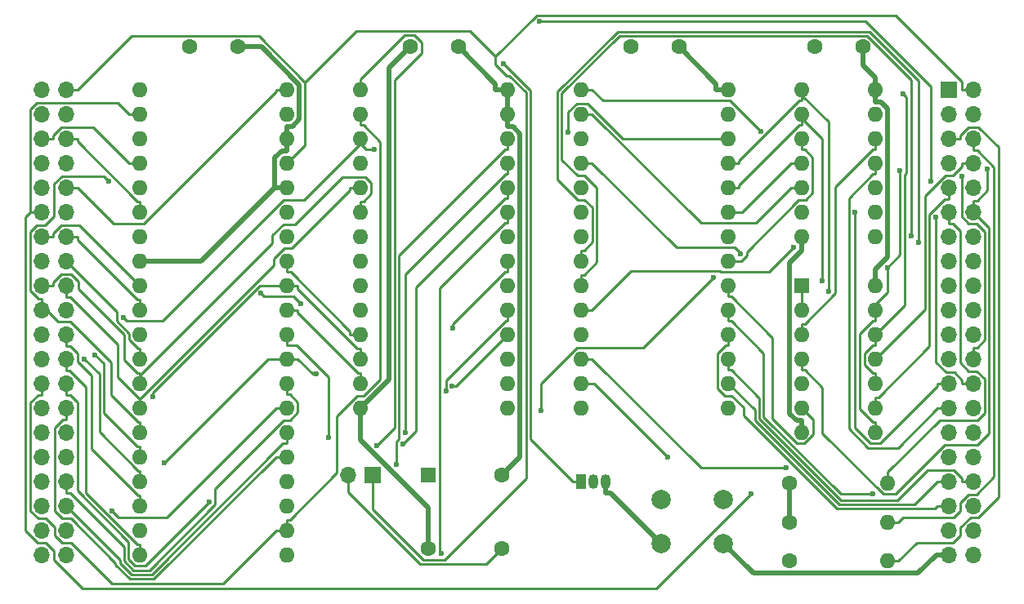
<source format=gbr>
%TF.GenerationSoftware,KiCad,Pcbnew,(5.1.8)-1*%
%TF.CreationDate,2020-12-06T18:21:21+00:00*%
%TF.ProjectId,computer,636f6d70-7574-4657-922e-6b696361645f,rev?*%
%TF.SameCoordinates,Original*%
%TF.FileFunction,Copper,L2,Bot*%
%TF.FilePolarity,Positive*%
%FSLAX46Y46*%
G04 Gerber Fmt 4.6, Leading zero omitted, Abs format (unit mm)*
G04 Created by KiCad (PCBNEW (5.1.8)-1) date 2020-12-06 18:21:21*
%MOMM*%
%LPD*%
G01*
G04 APERTURE LIST*
%TA.AperFunction,ComponentPad*%
%ADD10O,1.700000X1.700000*%
%TD*%
%TA.AperFunction,ComponentPad*%
%ADD11R,1.700000X1.700000*%
%TD*%
%TA.AperFunction,ComponentPad*%
%ADD12C,1.600000*%
%TD*%
%TA.AperFunction,ComponentPad*%
%ADD13R,1.600000X1.600000*%
%TD*%
%TA.AperFunction,ComponentPad*%
%ADD14R,1.050000X1.500000*%
%TD*%
%TA.AperFunction,ComponentPad*%
%ADD15O,1.050000X1.500000*%
%TD*%
%TA.AperFunction,ComponentPad*%
%ADD16C,2.000000*%
%TD*%
%TA.AperFunction,ComponentPad*%
%ADD17O,1.600000X1.600000*%
%TD*%
%TA.AperFunction,ViaPad*%
%ADD18C,0.600000*%
%TD*%
%TA.AperFunction,Conductor*%
%ADD19C,0.500000*%
%TD*%
%TA.AperFunction,Conductor*%
%ADD20C,0.250000*%
%TD*%
G04 APERTURE END LIST*
D10*
%TO.P,EXP,40*%
%TO.N,GND*%
X167640000Y-82550000D03*
%TO.P,EXP,39*%
X165100000Y-82550000D03*
%TO.P,EXP,38*%
%TO.N,+5V*%
X167640000Y-80010000D03*
%TO.P,EXP,37*%
X165100000Y-80010000D03*
%TO.P,EXP,36*%
%TO.N,D7*%
X167640000Y-77470000D03*
%TO.P,EXP,35*%
%TO.N,D6*%
X165100000Y-77470000D03*
%TO.P,EXP,34*%
%TO.N,D5*%
X167640000Y-74930000D03*
%TO.P,EXP,33*%
%TO.N,D4*%
X165100000Y-74930000D03*
%TO.P,EXP,32*%
%TO.N,D3*%
X167640000Y-72390000D03*
%TO.P,EXP,31*%
%TO.N,D2*%
X165100000Y-72390000D03*
%TO.P,EXP,30*%
%TO.N,D1*%
X167640000Y-69850000D03*
%TO.P,EXP,29*%
%TO.N,D0*%
X165100000Y-69850000D03*
%TO.P,EXP,28*%
%TO.N,A15*%
X167640000Y-67310000D03*
%TO.P,EXP,27*%
%TO.N,A14*%
X165100000Y-67310000D03*
%TO.P,EXP,26*%
%TO.N,A13*%
X167640000Y-64770000D03*
%TO.P,EXP,25*%
%TO.N,A12*%
X165100000Y-64770000D03*
%TO.P,EXP,24*%
%TO.N,A11*%
X167640000Y-62230000D03*
%TO.P,EXP,23*%
%TO.N,A10*%
X165100000Y-62230000D03*
%TO.P,EXP,22*%
%TO.N,A9*%
X167640000Y-59690000D03*
%TO.P,EXP,21*%
%TO.N,A8*%
X165100000Y-59690000D03*
%TO.P,EXP,20*%
%TO.N,A7*%
X167640000Y-57150000D03*
%TO.P,EXP,19*%
%TO.N,A6*%
X165100000Y-57150000D03*
%TO.P,EXP,18*%
%TO.N,A5*%
X167640000Y-54610000D03*
%TO.P,EXP,17*%
%TO.N,A4*%
X165100000Y-54610000D03*
%TO.P,EXP,16*%
%TO.N,A3*%
X167640000Y-52070000D03*
%TO.P,EXP,15*%
%TO.N,A2*%
X165100000Y-52070000D03*
%TO.P,EXP,14*%
%TO.N,A1*%
X167640000Y-49530000D03*
%TO.P,EXP,13*%
%TO.N,A0*%
X165100000Y-49530000D03*
%TO.P,EXP,12*%
%TO.N,!P_SELECT*%
X167640000Y-46990000D03*
%TO.P,EXP,11*%
%TO.N,RDY*%
X165100000Y-46990000D03*
%TO.P,EXP,10*%
%TO.N,!RESET*%
X167640000Y-44450000D03*
%TO.P,EXP,9*%
%TO.N,R!W*%
X165100000Y-44450000D03*
%TO.P,EXP,8*%
%TO.N,!WRITE*%
X167640000Y-41910000D03*
%TO.P,EXP,7*%
%TO.N,!READ*%
X165100000Y-41910000D03*
%TO.P,EXP,6*%
%TO.N,!NMI*%
X167640000Y-39370000D03*
%TO.P,EXP,5*%
%TO.N,!IRQ*%
X165100000Y-39370000D03*
%TO.P,EXP,4*%
%TO.N,PHI2*%
X167640000Y-36830000D03*
%TO.P,EXP,3*%
%TO.N,PHI1*%
X165100000Y-36830000D03*
%TO.P,EXP,2*%
%TO.N,CLK*%
X167640000Y-34290000D03*
D11*
%TO.P,EXP,1*%
%TO.N,GND*%
X165100000Y-34290000D03*
%TD*%
D12*
%TO.P,XTAL,4*%
%TO.N,GND*%
X111125000Y-81915000D03*
%TO.P,XTAL,5*%
%TO.N,CLK1*%
X118745000Y-81915000D03*
%TO.P,XTAL,8*%
%TO.N,+5V*%
X118745000Y-74295000D03*
D13*
%TO.P,XTAL,1*%
%TO.N,Net-(X1-Pad1)*%
X111125000Y-74295000D03*
%TD*%
D14*
%TO.P,DS1813,1*%
%TO.N,!RESET*%
X127000000Y-74930000D03*
D15*
%TO.P,DS1813,3*%
%TO.N,GND*%
X129540000Y-74930000D03*
%TO.P,DS1813,2*%
%TO.N,+5V*%
X128270000Y-74930000D03*
%TD*%
D16*
%TO.P,RESET,1*%
%TO.N,!RESET*%
X141755000Y-76835000D03*
%TO.P,RESET,2*%
%TO.N,GND*%
X141755000Y-81335000D03*
%TO.P,RESET,1*%
%TO.N,!RESET*%
X135255000Y-76835000D03*
%TO.P,RESET,2*%
%TO.N,GND*%
X135255000Y-81335000D03*
%TD*%
D17*
%TO.P,R3,2*%
%TO.N,!IRQ*%
X158750000Y-83185000D03*
D12*
%TO.P,R3,1*%
%TO.N,+5V*%
X148590000Y-83185000D03*
%TD*%
D17*
%TO.P,R2,2*%
%TO.N,!NMI*%
X158750000Y-79135000D03*
D12*
%TO.P,R2,1*%
%TO.N,+5V*%
X148590000Y-79135000D03*
%TD*%
D17*
%TO.P,R1,2*%
%TO.N,RDY*%
X158750000Y-75085000D03*
D12*
%TO.P,R1,1*%
%TO.N,+5V*%
X148590000Y-75085000D03*
%TD*%
D11*
%TO.P,XTAL_EN,1*%
%TO.N,CLK*%
X105410000Y-74295000D03*
D10*
%TO.P,XTAL_EN,2*%
%TO.N,CLK1*%
X102870000Y-74295000D03*
%TD*%
D12*
%TO.P,C4,2*%
%TO.N,GND*%
X151210000Y-29845000D03*
%TO.P,C4,1*%
%TO.N,+5V*%
X156210000Y-29845000D03*
%TD*%
%TO.P,C3,2*%
%TO.N,GND*%
X132160000Y-29845000D03*
%TO.P,C3,1*%
%TO.N,+5V*%
X137160000Y-29845000D03*
%TD*%
%TO.P,C2,2*%
%TO.N,GND*%
X109300000Y-29845000D03*
%TO.P,C2,1*%
%TO.N,+5V*%
X114300000Y-29845000D03*
%TD*%
%TO.P,C1,2*%
%TO.N,GND*%
X86440000Y-29845000D03*
%TO.P,C1,1*%
%TO.N,+5V*%
X91440000Y-29845000D03*
%TD*%
D17*
%TO.P,AS6C62256,28*%
%TO.N,+5V*%
X142240000Y-34290000D03*
%TO.P,AS6C62256,14*%
%TO.N,GND*%
X127000000Y-67310000D03*
%TO.P,AS6C62256,27*%
%TO.N,!WRITE*%
X142240000Y-36830000D03*
%TO.P,AS6C62256,13*%
%TO.N,D2*%
X127000000Y-64770000D03*
%TO.P,AS6C62256,26*%
%TO.N,A13*%
X142240000Y-39370000D03*
%TO.P,AS6C62256,12*%
%TO.N,D1*%
X127000000Y-62230000D03*
%TO.P,AS6C62256,25*%
%TO.N,A8*%
X142240000Y-41910000D03*
%TO.P,AS6C62256,11*%
%TO.N,D0*%
X127000000Y-59690000D03*
%TO.P,AS6C62256,24*%
%TO.N,A9*%
X142240000Y-44450000D03*
%TO.P,AS6C62256,10*%
%TO.N,A0*%
X127000000Y-57150000D03*
%TO.P,AS6C62256,23*%
%TO.N,A11*%
X142240000Y-46990000D03*
%TO.P,AS6C62256,9*%
%TO.N,A1*%
X127000000Y-54610000D03*
%TO.P,AS6C62256,22*%
%TO.N,!READ*%
X142240000Y-49530000D03*
%TO.P,AS6C62256,8*%
%TO.N,A2*%
X127000000Y-52070000D03*
%TO.P,AS6C62256,21*%
%TO.N,A10*%
X142240000Y-52070000D03*
%TO.P,AS6C62256,7*%
%TO.N,A3*%
X127000000Y-49530000D03*
%TO.P,AS6C62256,20*%
%TO.N,!RAM_SELECT*%
X142240000Y-54610000D03*
%TO.P,AS6C62256,6*%
%TO.N,A4*%
X127000000Y-46990000D03*
%TO.P,AS6C62256,19*%
%TO.N,D7*%
X142240000Y-57150000D03*
%TO.P,AS6C62256,5*%
%TO.N,A5*%
X127000000Y-44450000D03*
%TO.P,AS6C62256,18*%
%TO.N,D6*%
X142240000Y-59690000D03*
%TO.P,AS6C62256,4*%
%TO.N,A6*%
X127000000Y-41910000D03*
%TO.P,AS6C62256,17*%
%TO.N,D5*%
X142240000Y-62230000D03*
%TO.P,AS6C62256,3*%
%TO.N,A7*%
X127000000Y-39370000D03*
%TO.P,AS6C62256,16*%
%TO.N,D4*%
X142240000Y-64770000D03*
%TO.P,AS6C62256,2*%
%TO.N,A12*%
X127000000Y-36830000D03*
%TO.P,AS6C62256,15*%
%TO.N,D3*%
X142240000Y-67310000D03*
%TO.P,AS6C62256,1*%
%TO.N,A14*%
X127000000Y-34290000D03*
%TD*%
%TO.P,HC00,14*%
%TO.N,+5V*%
X157480000Y-54610000D03*
%TO.P,HC00,7*%
%TO.N,GND*%
X149860000Y-69850000D03*
%TO.P,HC00,13*%
%TO.N,!READ*%
X157480000Y-57150000D03*
%TO.P,HC00,6*%
%TO.N,!RAM_SELECT*%
X149860000Y-67310000D03*
%TO.P,HC00,12*%
%TO.N,PHI2*%
X157480000Y-59690000D03*
%TO.P,HC00,5*%
%TO.N,!ROM_SELECT*%
X149860000Y-64770000D03*
%TO.P,HC00,11*%
%TO.N,!WRITE*%
X157480000Y-62230000D03*
%TO.P,HC00,4*%
%TO.N,!P_SELECT*%
X149860000Y-62230000D03*
%TO.P,HC00,10*%
%TO.N,PHI2*%
X157480000Y-64770000D03*
%TO.P,HC00,3*%
%TO.N,!ROM_SELECT*%
X149860000Y-59690000D03*
%TO.P,HC00,9*%
%TO.N,R!W*%
X157480000Y-67310000D03*
%TO.P,HC00,2*%
%TO.N,A15*%
X149860000Y-57150000D03*
%TO.P,HC00,8*%
%TO.N,!READ*%
X157480000Y-69850000D03*
D13*
%TO.P,HC00,1*%
%TO.N,A15*%
X149860000Y-54610000D03*
%TD*%
D17*
%TO.P,HC30,14*%
%TO.N,+5V*%
X157480000Y-34290000D03*
%TO.P,HC30,7*%
%TO.N,GND*%
X149860000Y-49530000D03*
%TO.P,HC30,13*%
%TO.N,N/C*%
X157480000Y-36830000D03*
%TO.P,HC30,6*%
%TO.N,A13*%
X149860000Y-46990000D03*
%TO.P,HC30,12*%
%TO.N,!ROM_SELECT*%
X157480000Y-39370000D03*
%TO.P,HC30,5*%
%TO.N,A12*%
X149860000Y-44450000D03*
%TO.P,HC30,11*%
%TO.N,A14*%
X157480000Y-41910000D03*
%TO.P,HC30,4*%
%TO.N,A11*%
X149860000Y-41910000D03*
%TO.P,HC30,10*%
%TO.N,N/C*%
X157480000Y-44450000D03*
%TO.P,HC30,3*%
%TO.N,A10*%
X149860000Y-39370000D03*
%TO.P,HC30,9*%
%TO.N,N/C*%
X157480000Y-46990000D03*
%TO.P,HC30,2*%
%TO.N,A9*%
X149860000Y-36830000D03*
%TO.P,HC30,8*%
%TO.N,!P_SELECT*%
X157480000Y-49530000D03*
%TO.P,HC30,1*%
%TO.N,A8*%
X149860000Y-34290000D03*
%TD*%
%TO.P,28C256,28*%
%TO.N,+5V*%
X119380000Y-34290000D03*
%TO.P,28C256,14*%
%TO.N,GND*%
X104140000Y-67310000D03*
%TO.P,28C256,27*%
%TO.N,+5V*%
X119380000Y-36830000D03*
%TO.P,28C256,13*%
%TO.N,D2*%
X104140000Y-64770000D03*
%TO.P,28C256,26*%
%TO.N,A13*%
X119380000Y-39370000D03*
%TO.P,28C256,12*%
%TO.N,D1*%
X104140000Y-62230000D03*
%TO.P,28C256,25*%
%TO.N,A8*%
X119380000Y-41910000D03*
%TO.P,28C256,11*%
%TO.N,D0*%
X104140000Y-59690000D03*
%TO.P,28C256,24*%
%TO.N,A9*%
X119380000Y-44450000D03*
%TO.P,28C256,10*%
%TO.N,A0*%
X104140000Y-57150000D03*
%TO.P,28C256,23*%
%TO.N,A11*%
X119380000Y-46990000D03*
%TO.P,28C256,9*%
%TO.N,A1*%
X104140000Y-54610000D03*
%TO.P,28C256,22*%
%TO.N,!READ*%
X119380000Y-49530000D03*
%TO.P,28C256,8*%
%TO.N,A2*%
X104140000Y-52070000D03*
%TO.P,28C256,21*%
%TO.N,A10*%
X119380000Y-52070000D03*
%TO.P,28C256,7*%
%TO.N,A3*%
X104140000Y-49530000D03*
%TO.P,28C256,20*%
%TO.N,!ROM_SELECT*%
X119380000Y-54610000D03*
%TO.P,28C256,6*%
%TO.N,A4*%
X104140000Y-46990000D03*
%TO.P,28C256,19*%
%TO.N,D7*%
X119380000Y-57150000D03*
%TO.P,28C256,5*%
%TO.N,A5*%
X104140000Y-44450000D03*
%TO.P,28C256,18*%
%TO.N,D6*%
X119380000Y-59690000D03*
%TO.P,28C256,4*%
%TO.N,A6*%
X104140000Y-41910000D03*
%TO.P,28C256,17*%
%TO.N,D5*%
X119380000Y-62230000D03*
%TO.P,28C256,3*%
%TO.N,A7*%
X104140000Y-39370000D03*
%TO.P,28C256,16*%
%TO.N,D4*%
X119380000Y-64770000D03*
%TO.P,28C256,2*%
%TO.N,A12*%
X104140000Y-36830000D03*
%TO.P,28C256,15*%
%TO.N,D3*%
X119380000Y-67310000D03*
%TO.P,28C256,1*%
%TO.N,A14*%
X104140000Y-34290000D03*
%TD*%
%TO.P,W65C02S,40*%
%TO.N,!RESET*%
X96520000Y-34290000D03*
%TO.P,W65C02S,20*%
%TO.N,A11*%
X81280000Y-82550000D03*
%TO.P,W65C02S,39*%
%TO.N,PHI2*%
X96520000Y-36830000D03*
%TO.P,W65C02S,19*%
%TO.N,A10*%
X81280000Y-80010000D03*
%TO.P,W65C02S,38*%
%TO.N,+5V*%
X96520000Y-39370000D03*
%TO.P,W65C02S,18*%
%TO.N,A9*%
X81280000Y-77470000D03*
%TO.P,W65C02S,37*%
%TO.N,CLK*%
X96520000Y-41910000D03*
%TO.P,W65C02S,17*%
%TO.N,A8*%
X81280000Y-74930000D03*
%TO.P,W65C02S,36*%
%TO.N,+5V*%
X96520000Y-44450000D03*
%TO.P,W65C02S,16*%
%TO.N,A7*%
X81280000Y-72390000D03*
%TO.P,W65C02S,35*%
%TO.N,Net-(U1-Pad35)*%
X96520000Y-46990000D03*
%TO.P,W65C02S,15*%
%TO.N,A6*%
X81280000Y-69850000D03*
%TO.P,W65C02S,34*%
%TO.N,R!W*%
X96520000Y-49530000D03*
%TO.P,W65C02S,14*%
%TO.N,A5*%
X81280000Y-67310000D03*
%TO.P,W65C02S,33*%
%TO.N,D0*%
X96520000Y-52070000D03*
%TO.P,W65C02S,13*%
%TO.N,A4*%
X81280000Y-64770000D03*
%TO.P,W65C02S,32*%
%TO.N,D1*%
X96520000Y-54610000D03*
%TO.P,W65C02S,12*%
%TO.N,A3*%
X81280000Y-62230000D03*
%TO.P,W65C02S,31*%
%TO.N,D2*%
X96520000Y-57150000D03*
%TO.P,W65C02S,11*%
%TO.N,A2*%
X81280000Y-59690000D03*
%TO.P,W65C02S,30*%
%TO.N,D3*%
X96520000Y-59690000D03*
%TO.P,W65C02S,10*%
%TO.N,A1*%
X81280000Y-57150000D03*
%TO.P,W65C02S,29*%
%TO.N,D4*%
X96520000Y-62230000D03*
%TO.P,W65C02S,9*%
%TO.N,A0*%
X81280000Y-54610000D03*
%TO.P,W65C02S,28*%
%TO.N,D5*%
X96520000Y-64770000D03*
%TO.P,W65C02S,8*%
%TO.N,+5V*%
X81280000Y-52070000D03*
%TO.P,W65C02S,27*%
%TO.N,D6*%
X96520000Y-67310000D03*
%TO.P,W65C02S,7*%
%TO.N,Net-(U1-Pad7)*%
X81280000Y-49530000D03*
%TO.P,W65C02S,26*%
%TO.N,D7*%
X96520000Y-69850000D03*
%TO.P,W65C02S,6*%
%TO.N,!NMI*%
X81280000Y-46990000D03*
%TO.P,W65C02S,25*%
%TO.N,A15*%
X96520000Y-72390000D03*
%TO.P,W65C02S,5*%
%TO.N,Net-(U1-Pad5)*%
X81280000Y-44450000D03*
%TO.P,W65C02S,24*%
%TO.N,A14*%
X96520000Y-74930000D03*
%TO.P,W65C02S,4*%
%TO.N,!IRQ*%
X81280000Y-41910000D03*
%TO.P,W65C02S,23*%
%TO.N,A13*%
X96520000Y-77470000D03*
%TO.P,W65C02S,3*%
%TO.N,PHI1*%
X81280000Y-39370000D03*
%TO.P,W65C02S,22*%
%TO.N,A12*%
X96520000Y-80010000D03*
%TO.P,W65C02S,2*%
%TO.N,RDY*%
X81280000Y-36830000D03*
%TO.P,W65C02S,21*%
%TO.N,GND*%
X96520000Y-82550000D03*
%TO.P,W65C02S,1*%
%TO.N,Net-(U1-Pad1)*%
X81280000Y-34290000D03*
%TD*%
D10*
%TO.P,EXP,40*%
%TO.N,GND*%
X73660000Y-82550000D03*
%TO.P,EXP,39*%
X71120000Y-82550000D03*
%TO.P,EXP,38*%
%TO.N,+5V*%
X73660000Y-80010000D03*
%TO.P,EXP,37*%
X71120000Y-80010000D03*
%TO.P,EXP,36*%
%TO.N,D7*%
X73660000Y-77470000D03*
%TO.P,EXP,35*%
%TO.N,D6*%
X71120000Y-77470000D03*
%TO.P,EXP,34*%
%TO.N,D5*%
X73660000Y-74930000D03*
%TO.P,EXP,33*%
%TO.N,D4*%
X71120000Y-74930000D03*
%TO.P,EXP,32*%
%TO.N,D3*%
X73660000Y-72390000D03*
%TO.P,EXP,31*%
%TO.N,D2*%
X71120000Y-72390000D03*
%TO.P,EXP,30*%
%TO.N,D1*%
X73660000Y-69850000D03*
%TO.P,EXP,29*%
%TO.N,D0*%
X71120000Y-69850000D03*
%TO.P,EXP,28*%
%TO.N,A15*%
X73660000Y-67310000D03*
%TO.P,EXP,27*%
%TO.N,A14*%
X71120000Y-67310000D03*
%TO.P,EXP,26*%
%TO.N,A13*%
X73660000Y-64770000D03*
%TO.P,EXP,25*%
%TO.N,A12*%
X71120000Y-64770000D03*
%TO.P,EXP,24*%
%TO.N,A11*%
X73660000Y-62230000D03*
%TO.P,EXP,23*%
%TO.N,A10*%
X71120000Y-62230000D03*
%TO.P,EXP,22*%
%TO.N,A9*%
X73660000Y-59690000D03*
%TO.P,EXP,21*%
%TO.N,A8*%
X71120000Y-59690000D03*
%TO.P,EXP,20*%
%TO.N,A7*%
X73660000Y-57150000D03*
%TO.P,EXP,19*%
%TO.N,A6*%
X71120000Y-57150000D03*
%TO.P,EXP,18*%
%TO.N,A5*%
X73660000Y-54610000D03*
%TO.P,EXP,17*%
%TO.N,A4*%
X71120000Y-54610000D03*
%TO.P,EXP,16*%
%TO.N,A3*%
X73660000Y-52070000D03*
%TO.P,EXP,15*%
%TO.N,A2*%
X71120000Y-52070000D03*
%TO.P,EXP,14*%
%TO.N,A1*%
X73660000Y-49530000D03*
%TO.P,EXP,13*%
%TO.N,A0*%
X71120000Y-49530000D03*
%TO.P,EXP,12*%
%TO.N,!P_SELECT*%
X73660000Y-46990000D03*
%TO.P,EXP,11*%
%TO.N,RDY*%
X71120000Y-46990000D03*
%TO.P,EXP,10*%
%TO.N,!RESET*%
X73660000Y-44450000D03*
%TO.P,EXP,9*%
%TO.N,R!W*%
X71120000Y-44450000D03*
%TO.P,EXP,8*%
%TO.N,!WRITE*%
X73660000Y-41910000D03*
%TO.P,EXP,7*%
%TO.N,!READ*%
X71120000Y-41910000D03*
%TO.P,EXP,6*%
%TO.N,!NMI*%
X73660000Y-39370000D03*
%TO.P,EXP,5*%
%TO.N,!IRQ*%
X71120000Y-39370000D03*
%TO.P,EXP,4*%
%TO.N,PHI2*%
X73660000Y-36830000D03*
%TO.P,EXP,3*%
%TO.N,PHI1*%
X71120000Y-36830000D03*
%TO.P,EXP,2*%
%TO.N,CLK*%
X73660000Y-34290000D03*
%TO.P,EXP,1*%
%TO.N,GND*%
X71120000Y-34290000D03*
%TD*%
D18*
%TO.N,!READ*%
X158738900Y-52713000D03*
X160021200Y-42710800D03*
%TO.N,RDY*%
X144594800Y-76175300D03*
%TO.N,R!W*%
X163182600Y-43741500D03*
X122633400Y-27203000D03*
%TO.N,!RESET*%
X118915700Y-31562300D03*
%TO.N,PHI2*%
X160327600Y-34735000D03*
%TO.N,A14*%
X105794700Y-71207200D03*
X145586800Y-38572700D03*
%TO.N,A13*%
X88466000Y-77028400D03*
X163733700Y-47472100D03*
X107891900Y-73119700D03*
X125634200Y-38662600D03*
%TO.N,A12*%
X155355400Y-47005100D03*
%TO.N,A11*%
X112494200Y-82421500D03*
X166423200Y-43233200D03*
%TO.N,A10*%
X113705000Y-58982700D03*
%TO.N,A9*%
X108537100Y-71020100D03*
X151962800Y-54078700D03*
%TO.N,A8*%
X108756000Y-69836400D03*
X75472000Y-62195600D03*
X152628100Y-55176800D03*
%TO.N,A7*%
X76640500Y-61778300D03*
X79543300Y-57957700D03*
X105540100Y-40503200D03*
%TO.N,A6*%
X143463500Y-51276400D03*
X78024500Y-43768700D03*
%TO.N,A2*%
X161973700Y-50123000D03*
%TO.N,A1*%
X161214300Y-49461700D03*
%TO.N,A0*%
X149037100Y-50655500D03*
X97901400Y-56442600D03*
X93823600Y-55393100D03*
%TO.N,D7*%
X157217900Y-76226900D03*
X113001200Y-65515200D03*
%TO.N,D6*%
X78426600Y-77967600D03*
X113635000Y-65014600D03*
%TO.N,D4*%
X99531000Y-63787600D03*
X83833300Y-72958300D03*
%TO.N,D3*%
X100784300Y-70359100D03*
%TO.N,D2*%
X135951800Y-72390000D03*
%TO.N,D1*%
X82658700Y-66139500D03*
X148201000Y-73510900D03*
%TO.N,A15*%
X140738100Y-53746700D03*
X122860900Y-67578900D03*
%TO.N,!P_SELECT*%
X169105800Y-42540000D03*
%TD*%
D19*
%TO.N,GND*%
X104140000Y-68560300D02*
X104140000Y-70639200D01*
X104140000Y-70639200D02*
X111125000Y-77624200D01*
X111125000Y-77624200D02*
X111125000Y-81915000D01*
X149860000Y-68599700D02*
X149313000Y-68599700D01*
X149313000Y-68599700D02*
X148609600Y-67896300D01*
X148609600Y-67896300D02*
X148609600Y-52241400D01*
X148609600Y-52241400D02*
X149860000Y-50991000D01*
X149860000Y-50991000D02*
X149860000Y-50780300D01*
X149860000Y-49530000D02*
X149860000Y-50780300D01*
X149860000Y-69850000D02*
X149860000Y-68599700D01*
X109300000Y-29845000D02*
X107097000Y-32048000D01*
X107097000Y-32048000D02*
X107097000Y-64353000D01*
X107097000Y-64353000D02*
X104140000Y-67310000D01*
X165100000Y-82550000D02*
X163799700Y-82550000D01*
X141755000Y-81335000D02*
X144865800Y-84445800D01*
X144865800Y-84445800D02*
X161903900Y-84445800D01*
X161903900Y-84445800D02*
X163799700Y-82550000D01*
X129540000Y-74930000D02*
X129540000Y-76130300D01*
X135255000Y-81335000D02*
X130050300Y-76130300D01*
X130050300Y-76130300D02*
X129540000Y-76130300D01*
X104140000Y-67310000D02*
X104140000Y-68560300D01*
%TO.N,+5V*%
X157480000Y-35540300D02*
X158023900Y-35540300D01*
X158023900Y-35540300D02*
X158738900Y-36255300D01*
X158738900Y-36255300D02*
X158738900Y-51651900D01*
X158738900Y-51651900D02*
X157480000Y-52910800D01*
X157480000Y-52910800D02*
X157480000Y-53359700D01*
X119380000Y-36830000D02*
X119380000Y-38080300D01*
X118745000Y-74295000D02*
X120669600Y-72370400D01*
X120669600Y-72370400D02*
X120669600Y-38826000D01*
X120669600Y-38826000D02*
X119923900Y-38080300D01*
X119923900Y-38080300D02*
X119380000Y-38080300D01*
X81280000Y-52070000D02*
X87649700Y-52070000D01*
X87649700Y-52070000D02*
X95269700Y-44450000D01*
X142240000Y-34290000D02*
X140989700Y-34290000D01*
X140989700Y-34290000D02*
X140989700Y-33674700D01*
X140989700Y-33674700D02*
X137160000Y-29845000D01*
X119380000Y-34290000D02*
X118129700Y-34290000D01*
X118129700Y-34290000D02*
X118129700Y-33674700D01*
X118129700Y-33674700D02*
X114300000Y-29845000D01*
X119380000Y-36830000D02*
X119380000Y-34290000D01*
X148590000Y-75085000D02*
X148590000Y-79135000D01*
X96520000Y-38119700D02*
X97063900Y-38119700D01*
X97063900Y-38119700D02*
X97809600Y-37374000D01*
X97809600Y-37374000D02*
X97809600Y-33796100D01*
X97809600Y-33796100D02*
X93858500Y-29845000D01*
X93858500Y-29845000D02*
X91440000Y-29845000D01*
X96520000Y-39370000D02*
X96520000Y-38119700D01*
X157480000Y-34290000D02*
X157480000Y-35540300D01*
X157480000Y-54610000D02*
X157480000Y-53359700D01*
X157480000Y-34290000D02*
X157480000Y-33039700D01*
X157480000Y-33039700D02*
X156210000Y-31769700D01*
X156210000Y-31769700D02*
X156210000Y-29845000D01*
X96520000Y-39370000D02*
X96520000Y-40620300D01*
X95269700Y-44450000D02*
X95269700Y-41326700D01*
X95269700Y-41326700D02*
X95976100Y-40620300D01*
X95976100Y-40620300D02*
X96520000Y-40620300D01*
X95444800Y-44450000D02*
X95269700Y-44450000D01*
X96520000Y-44450000D02*
X95444800Y-44450000D01*
D20*
%TO.N,CLK*%
X118109000Y-30843100D02*
X118109000Y-31661800D01*
X118109000Y-31661800D02*
X119281900Y-32834700D01*
X119281900Y-32834700D02*
X119551100Y-32834700D01*
X119551100Y-32834700D02*
X121293500Y-34577100D01*
X121293500Y-34577100D02*
X121293500Y-74590400D01*
X121293500Y-74590400D02*
X112831900Y-83052000D01*
X112831900Y-83052000D02*
X110610800Y-83052000D01*
X110610800Y-83052000D02*
X105410000Y-77851200D01*
X105410000Y-77851200D02*
X105410000Y-74295000D01*
X166464700Y-34290000D02*
X166464700Y-33435900D01*
X166464700Y-33435900D02*
X159606500Y-26577700D01*
X159606500Y-26577700D02*
X122374400Y-26577700D01*
X122374400Y-26577700D02*
X118109000Y-30843100D01*
X98402500Y-33512200D02*
X103730700Y-28184000D01*
X103730700Y-28184000D02*
X115449900Y-28184000D01*
X115449900Y-28184000D02*
X118109000Y-30843100D01*
X98402500Y-33512200D02*
X98402500Y-40027500D01*
X98402500Y-40027500D02*
X96520000Y-41910000D01*
X74835300Y-34290000D02*
X80413900Y-28711400D01*
X80413900Y-28711400D02*
X93601700Y-28711400D01*
X93601700Y-28711400D02*
X98402500Y-33512200D01*
X73660000Y-34290000D02*
X74835300Y-34290000D01*
X167640000Y-34290000D02*
X166464700Y-34290000D01*
%TO.N,!READ*%
X158738900Y-52713000D02*
X160021200Y-51430700D01*
X160021200Y-51430700D02*
X160021200Y-42710800D01*
X158738900Y-52713000D02*
X158738900Y-55328400D01*
X158738900Y-55328400D02*
X157480000Y-56587300D01*
X157480000Y-57150000D02*
X157480000Y-56587300D01*
X157480000Y-68724700D02*
X157198700Y-68724700D01*
X157198700Y-68724700D02*
X155885200Y-67411200D01*
X155885200Y-67411200D02*
X155885200Y-59588800D01*
X155885200Y-59588800D02*
X157198700Y-58275300D01*
X157198700Y-58275300D02*
X157480000Y-58275300D01*
X157480000Y-69850000D02*
X157480000Y-68724700D01*
X157480000Y-57150000D02*
X157480000Y-58275300D01*
%TO.N,!WRITE*%
X167640000Y-41910000D02*
X166464700Y-41910000D01*
X166464700Y-41910000D02*
X166464700Y-42257500D01*
X166464700Y-42257500D02*
X165542200Y-43180000D01*
X165542200Y-43180000D02*
X164704300Y-43180000D01*
X164704300Y-43180000D02*
X162612100Y-45272200D01*
X162612100Y-45272200D02*
X162612100Y-57097900D01*
X162612100Y-57097900D02*
X157480000Y-62230000D01*
%TO.N,RDY*%
X165100000Y-46990000D02*
X165100000Y-48165300D01*
X158750000Y-75085000D02*
X158750000Y-73959700D01*
X158750000Y-73959700D02*
X164129700Y-68580000D01*
X164129700Y-68580000D02*
X168037400Y-68580000D01*
X168037400Y-68580000D02*
X168815400Y-67802000D01*
X168815400Y-67802000D02*
X168815400Y-64281200D01*
X168815400Y-64281200D02*
X168000800Y-63466600D01*
X168000800Y-63466600D02*
X167136700Y-63466600D01*
X167136700Y-63466600D02*
X166275300Y-62605200D01*
X166275300Y-62605200D02*
X166275300Y-48973200D01*
X166275300Y-48973200D02*
X165467400Y-48165300D01*
X165467400Y-48165300D02*
X165100000Y-48165300D01*
X69944700Y-46990000D02*
X69437700Y-47497000D01*
X69437700Y-47497000D02*
X69437700Y-80009100D01*
X69437700Y-80009100D02*
X70708400Y-81279800D01*
X70708400Y-81279800D02*
X71514000Y-81279800D01*
X71514000Y-81279800D02*
X72390000Y-82155800D01*
X72390000Y-82155800D02*
X72390000Y-83038800D01*
X72390000Y-83038800D02*
X75367700Y-86016500D01*
X75367700Y-86016500D02*
X134753600Y-86016500D01*
X134753600Y-86016500D02*
X144594800Y-76175300D01*
X69944700Y-46990000D02*
X69944700Y-36293100D01*
X69944700Y-36293100D02*
X70590800Y-35647000D01*
X70590800Y-35647000D02*
X78971700Y-35647000D01*
X78971700Y-35647000D02*
X80154700Y-36830000D01*
X71120000Y-46990000D02*
X69944700Y-46990000D01*
X81280000Y-36830000D02*
X80154700Y-36830000D01*
%TO.N,R!W*%
X157480000Y-66184700D02*
X157761300Y-66184700D01*
X157761300Y-66184700D02*
X163075400Y-60870600D01*
X163075400Y-60870600D02*
X163075400Y-47246100D01*
X163075400Y-47246100D02*
X164696200Y-45625300D01*
X164696200Y-45625300D02*
X165100000Y-45625300D01*
X122633400Y-27203000D02*
X156460100Y-27203000D01*
X156460100Y-27203000D02*
X163182600Y-33925500D01*
X163182600Y-33925500D02*
X163182600Y-43741500D01*
X165100000Y-44450000D02*
X165100000Y-45625300D01*
X157480000Y-67310000D02*
X157480000Y-66184700D01*
%TO.N,!IRQ*%
X158750000Y-83185000D02*
X159875300Y-83185000D01*
X165100000Y-39370000D02*
X166275300Y-39370000D01*
X166275300Y-39370000D02*
X166275300Y-39002700D01*
X166275300Y-39002700D02*
X167088100Y-38189900D01*
X167088100Y-38189900D02*
X168146800Y-38189900D01*
X168146800Y-38189900D02*
X170216100Y-40259200D01*
X170216100Y-40259200D02*
X170216100Y-76564600D01*
X170216100Y-76564600D02*
X168135400Y-78645300D01*
X168135400Y-78645300D02*
X167340400Y-78645300D01*
X167340400Y-78645300D02*
X166275400Y-79710300D01*
X166275400Y-79710300D02*
X166275400Y-80535600D01*
X166275400Y-80535600D02*
X165531000Y-81280000D01*
X165531000Y-81280000D02*
X161780300Y-81280000D01*
X161780300Y-81280000D02*
X159875300Y-83185000D01*
X81280000Y-41910000D02*
X80154700Y-41910000D01*
X71120000Y-39370000D02*
X72295300Y-39370000D01*
X72295300Y-39370000D02*
X72295300Y-39002700D01*
X72295300Y-39002700D02*
X73113700Y-38184300D01*
X73113700Y-38184300D02*
X76429000Y-38184300D01*
X76429000Y-38184300D02*
X80154700Y-41910000D01*
%TO.N,!RESET*%
X127000000Y-74930000D02*
X126149700Y-74930000D01*
X118915700Y-31562300D02*
X121743900Y-34390500D01*
X121743900Y-34390500D02*
X121743900Y-70524200D01*
X121743900Y-70524200D02*
X126149700Y-74930000D01*
X95394700Y-34290000D02*
X95394700Y-34485700D01*
X95394700Y-34485700D02*
X81714000Y-48166400D01*
X81714000Y-48166400D02*
X78551700Y-48166400D01*
X78551700Y-48166400D02*
X74835300Y-44450000D01*
X96520000Y-34290000D02*
X95394700Y-34290000D01*
X73660000Y-44450000D02*
X74835300Y-44450000D01*
%TO.N,PHI2*%
X157480000Y-59690000D02*
X160540200Y-56629800D01*
X160540200Y-56629800D02*
X160540200Y-43076200D01*
X160540200Y-43076200D02*
X160646500Y-42969900D01*
X160646500Y-42969900D02*
X160646500Y-35053900D01*
X160646500Y-35053900D02*
X160327600Y-34735000D01*
X157480000Y-64770000D02*
X157480000Y-63644700D01*
X157480000Y-59690000D02*
X157480000Y-60815300D01*
X157480000Y-60815300D02*
X157198700Y-60815300D01*
X157198700Y-60815300D02*
X156354700Y-61659300D01*
X156354700Y-61659300D02*
X156354700Y-62800800D01*
X156354700Y-62800800D02*
X157198600Y-63644700D01*
X157198600Y-63644700D02*
X157480000Y-63644700D01*
%TO.N,!RAM_SELECT*%
X149860000Y-67310000D02*
X151038000Y-68488000D01*
X151038000Y-68488000D02*
X151038000Y-70063800D01*
X151038000Y-70063800D02*
X150125500Y-70976300D01*
X150125500Y-70976300D02*
X149363000Y-70976300D01*
X149363000Y-70976300D02*
X146794900Y-68408200D01*
X146794900Y-68408200D02*
X146794900Y-60008800D01*
X146794900Y-60008800D02*
X142521400Y-55735300D01*
X142521400Y-55735300D02*
X142240000Y-55735300D01*
X142240000Y-54610000D02*
X142240000Y-55735300D01*
%TO.N,A14*%
X104140000Y-33164700D02*
X108670300Y-28634400D01*
X108670300Y-28634400D02*
X109681100Y-28634400D01*
X109681100Y-28634400D02*
X110457900Y-29411200D01*
X110457900Y-29411200D02*
X110457900Y-30487300D01*
X110457900Y-30487300D02*
X107672400Y-33272800D01*
X107672400Y-33272800D02*
X107672400Y-69329500D01*
X107672400Y-69329500D02*
X105794700Y-71207200D01*
X104140000Y-34290000D02*
X104140000Y-33164700D01*
X163924700Y-67310000D02*
X159797200Y-71437500D01*
X159797200Y-71437500D02*
X156712000Y-71437500D01*
X156712000Y-71437500D02*
X154723200Y-69448700D01*
X154723200Y-69448700D02*
X154723200Y-45551100D01*
X154723200Y-45551100D02*
X157239000Y-43035300D01*
X157239000Y-43035300D02*
X157480000Y-43035300D01*
X127000000Y-34290000D02*
X128125300Y-34290000D01*
X128125300Y-34290000D02*
X129250600Y-35415300D01*
X129250600Y-35415300D02*
X142429400Y-35415300D01*
X142429400Y-35415300D02*
X145586800Y-38572700D01*
X165100000Y-67310000D02*
X163924700Y-67310000D01*
X157480000Y-41910000D02*
X157480000Y-43035300D01*
%TO.N,A13*%
X73660000Y-65945300D02*
X74027400Y-65945300D01*
X74027400Y-65945300D02*
X74835300Y-66753200D01*
X74835300Y-66753200D02*
X74835300Y-75897500D01*
X74835300Y-75897500D02*
X80114700Y-81176900D01*
X80114700Y-81176900D02*
X80114700Y-82999100D01*
X80114700Y-82999100D02*
X80791300Y-83675700D01*
X80791300Y-83675700D02*
X81818700Y-83675700D01*
X81818700Y-83675700D02*
X88466000Y-77028400D01*
X119380000Y-40495300D02*
X119098700Y-40495300D01*
X119098700Y-40495300D02*
X108122800Y-51471200D01*
X108122800Y-51471200D02*
X108122800Y-70550000D01*
X108122800Y-70550000D02*
X107891900Y-70780900D01*
X107891900Y-70780900D02*
X107891900Y-73119700D01*
X73660000Y-64770000D02*
X73660000Y-65945300D01*
X166464700Y-64770000D02*
X166464700Y-64402600D01*
X166464700Y-64402600D02*
X165656800Y-63594700D01*
X165656800Y-63594700D02*
X164795500Y-63594700D01*
X164795500Y-63594700D02*
X163733700Y-62532900D01*
X163733700Y-62532900D02*
X163733700Y-47472100D01*
X167640000Y-64770000D02*
X166464700Y-64770000D01*
X119380000Y-39370000D02*
X119380000Y-40495300D01*
X125634200Y-38662600D02*
X125634200Y-36604200D01*
X125634200Y-36604200D02*
X126539700Y-35698700D01*
X126539700Y-35698700D02*
X127630900Y-35698700D01*
X127630900Y-35698700D02*
X131302200Y-39370000D01*
X131302200Y-39370000D02*
X142240000Y-39370000D01*
%TO.N,A12*%
X96520000Y-80010000D02*
X95394700Y-80010000D01*
X71120000Y-64770000D02*
X71120000Y-65945300D01*
X71120000Y-65945300D02*
X70752700Y-65945300D01*
X70752700Y-65945300D02*
X69939400Y-66758600D01*
X69939400Y-66758600D02*
X69939400Y-77971200D01*
X69939400Y-77971200D02*
X70726100Y-78757900D01*
X70726100Y-78757900D02*
X71559800Y-78757900D01*
X71559800Y-78757900D02*
X72484600Y-79682700D01*
X72484600Y-79682700D02*
X72484600Y-80535600D01*
X72484600Y-80535600D02*
X73229000Y-81280000D01*
X73229000Y-81280000D02*
X74127200Y-81280000D01*
X74127200Y-81280000D02*
X78352100Y-85504900D01*
X78352100Y-85504900D02*
X89899800Y-85504900D01*
X89899800Y-85504900D02*
X95394700Y-80010000D01*
X104140000Y-36830000D02*
X104140000Y-37955300D01*
X96520000Y-80010000D02*
X96520000Y-78884700D01*
X96520000Y-78884700D02*
X96801300Y-78884700D01*
X96801300Y-78884700D02*
X101690300Y-73995700D01*
X101690300Y-73995700D02*
X101690300Y-68145300D01*
X101690300Y-68145300D02*
X103795600Y-66040000D01*
X103795600Y-66040000D02*
X104496200Y-66040000D01*
X104496200Y-66040000D02*
X106188500Y-64347700D01*
X106188500Y-64347700D02*
X106188500Y-39722500D01*
X106188500Y-39722500D02*
X104421300Y-37955300D01*
X104421300Y-37955300D02*
X104140000Y-37955300D01*
X165100000Y-64770000D02*
X163924700Y-64770000D01*
X163924700Y-64770000D02*
X163924700Y-65063800D01*
X163924700Y-65063800D02*
X158001400Y-70987100D01*
X158001400Y-70987100D02*
X156989700Y-70987100D01*
X156989700Y-70987100D02*
X155355400Y-69352800D01*
X155355400Y-69352800D02*
X155355400Y-47005100D01*
X149860000Y-44450000D02*
X148734700Y-44450000D01*
X127000000Y-36830000D02*
X128125300Y-36830000D01*
X128125300Y-36830000D02*
X139415600Y-48120300D01*
X139415600Y-48120300D02*
X145064400Y-48120300D01*
X145064400Y-48120300D02*
X148734700Y-44450000D01*
%TO.N,A11*%
X73660000Y-63405300D02*
X73971600Y-63405300D01*
X73971600Y-63405300D02*
X75658900Y-65092600D01*
X75658900Y-65092600D02*
X75658900Y-76084200D01*
X75658900Y-76084200D02*
X80999400Y-81424700D01*
X80999400Y-81424700D02*
X81280000Y-81424700D01*
X119380000Y-46990000D02*
X119380000Y-48115300D01*
X119380000Y-48115300D02*
X119098700Y-48115300D01*
X119098700Y-48115300D02*
X112375800Y-54838200D01*
X112375800Y-54838200D02*
X112375800Y-82303100D01*
X112375800Y-82303100D02*
X112494200Y-82421500D01*
X81280000Y-82550000D02*
X81280000Y-81424700D01*
X73660000Y-62230000D02*
X73660000Y-63405300D01*
X167640000Y-62230000D02*
X167640000Y-61054700D01*
X167640000Y-61054700D02*
X168007300Y-61054700D01*
X168007300Y-61054700D02*
X168820900Y-60241100D01*
X168820900Y-60241100D02*
X168820900Y-49027300D01*
X168820900Y-49027300D02*
X167959000Y-48165400D01*
X167959000Y-48165400D02*
X167150600Y-48165400D01*
X167150600Y-48165400D02*
X166423200Y-47438000D01*
X166423200Y-47438000D02*
X166423200Y-43233200D01*
X149860000Y-41910000D02*
X148734700Y-41910000D01*
X148734700Y-41910000D02*
X143654700Y-46990000D01*
X143654700Y-46990000D02*
X142240000Y-46990000D01*
%TO.N,A10*%
X149860000Y-40495300D02*
X150141400Y-40495300D01*
X150141400Y-40495300D02*
X150985300Y-41339200D01*
X150985300Y-41339200D02*
X150985300Y-44995200D01*
X150985300Y-44995200D02*
X150260500Y-45720000D01*
X150260500Y-45720000D02*
X149535400Y-45720000D01*
X149535400Y-45720000D02*
X144133900Y-51121500D01*
X144133900Y-51121500D02*
X144133900Y-51505200D01*
X144133900Y-51505200D02*
X143569100Y-52070000D01*
X143569100Y-52070000D02*
X143365300Y-52070000D01*
X119380000Y-52070000D02*
X119380000Y-53195300D01*
X113705000Y-58982700D02*
X113705000Y-58589000D01*
X113705000Y-58589000D02*
X119098700Y-53195300D01*
X119098700Y-53195300D02*
X119380000Y-53195300D01*
X149860000Y-39370000D02*
X149860000Y-40495300D01*
X142240000Y-52070000D02*
X143365300Y-52070000D01*
%TO.N,A9*%
X119380000Y-45575300D02*
X119098700Y-45575300D01*
X119098700Y-45575300D02*
X109852500Y-54821500D01*
X109852500Y-54821500D02*
X109852500Y-69704700D01*
X109852500Y-69704700D02*
X108537100Y-71020100D01*
X81280000Y-76344700D02*
X81075500Y-76344700D01*
X81075500Y-76344700D02*
X76258000Y-71527200D01*
X76258000Y-71527200D02*
X76258000Y-63947200D01*
X76258000Y-63947200D02*
X74835300Y-62524500D01*
X74835300Y-62524500D02*
X74835300Y-61673200D01*
X74835300Y-61673200D02*
X74027400Y-60865300D01*
X74027400Y-60865300D02*
X73660000Y-60865300D01*
X119380000Y-44450000D02*
X119380000Y-45575300D01*
X149860000Y-37288200D02*
X151962800Y-39391000D01*
X151962800Y-39391000D02*
X151962800Y-54078700D01*
X149860000Y-36830000D02*
X149860000Y-37288200D01*
X149860000Y-37392600D02*
X149860000Y-37955300D01*
X149860000Y-37392600D02*
X149860000Y-37288200D01*
X142240000Y-44450000D02*
X143365300Y-44450000D01*
X143365300Y-44450000D02*
X143365300Y-44168700D01*
X143365300Y-44168700D02*
X149578700Y-37955300D01*
X149578700Y-37955300D02*
X149860000Y-37955300D01*
X81280000Y-77470000D02*
X81280000Y-76344700D01*
X73660000Y-59690000D02*
X73660000Y-60865300D01*
%TO.N,A8*%
X108756000Y-69836400D02*
X108756000Y-53455000D01*
X108756000Y-53455000D02*
X119175700Y-43035300D01*
X119175700Y-43035300D02*
X119380000Y-43035300D01*
X149860000Y-34852600D02*
X152628100Y-37620700D01*
X152628100Y-37620700D02*
X152628100Y-55176800D01*
X81280000Y-73804700D02*
X81075500Y-73804700D01*
X81075500Y-73804700D02*
X77074500Y-69803700D01*
X77074500Y-69803700D02*
X77074500Y-63798100D01*
X77074500Y-63798100D02*
X75472000Y-62195600D01*
X119380000Y-41910000D02*
X119380000Y-43035300D01*
X143365300Y-41910000D02*
X143365300Y-41678600D01*
X143365300Y-41678600D02*
X149628500Y-35415400D01*
X149628500Y-35415400D02*
X149628500Y-35415300D01*
X149628500Y-35415300D02*
X149860000Y-35415300D01*
X81280000Y-74930000D02*
X81280000Y-73804700D01*
X149860000Y-34852600D02*
X149860000Y-35415300D01*
X149860000Y-34290000D02*
X149860000Y-34852600D01*
X142240000Y-41910000D02*
X143365300Y-41910000D01*
%TO.N,A7*%
X81280000Y-72390000D02*
X81280000Y-71264700D01*
X76640500Y-61778300D02*
X77524900Y-62662700D01*
X77524900Y-62662700D02*
X77524900Y-67790900D01*
X77524900Y-67790900D02*
X80998700Y-71264700D01*
X80998700Y-71264700D02*
X81280000Y-71264700D01*
X104140000Y-39897200D02*
X104746000Y-40503200D01*
X104746000Y-40503200D02*
X105540100Y-40503200D01*
X104140000Y-39897200D02*
X98317200Y-45720000D01*
X98317200Y-45720000D02*
X96193900Y-45720000D01*
X96193900Y-45720000D02*
X83628100Y-58285800D01*
X83628100Y-58285800D02*
X79871400Y-58285800D01*
X79871400Y-58285800D02*
X79543300Y-57957700D01*
X104140000Y-39370000D02*
X104140000Y-39897200D01*
%TO.N,A6*%
X128125300Y-41910000D02*
X136870700Y-50655400D01*
X136870700Y-50655400D02*
X142923700Y-50655400D01*
X142923700Y-50655400D02*
X143504100Y-51235800D01*
X143504100Y-51235800D02*
X143463500Y-51276400D01*
X127000000Y-41910000D02*
X128125300Y-41910000D01*
X71120000Y-55974700D02*
X70752700Y-55974700D01*
X70752700Y-55974700D02*
X69888100Y-55110100D01*
X69888100Y-55110100D02*
X69888100Y-49049600D01*
X69888100Y-49049600D02*
X70593200Y-48344500D01*
X70593200Y-48344500D02*
X71429700Y-48344500D01*
X71429700Y-48344500D02*
X72390000Y-47384200D01*
X72390000Y-47384200D02*
X72390000Y-44055200D01*
X72390000Y-44055200D02*
X73188400Y-43256800D01*
X73188400Y-43256800D02*
X77512600Y-43256800D01*
X77512600Y-43256800D02*
X78024500Y-43768700D01*
X81280000Y-68724700D02*
X81075500Y-68724700D01*
X81075500Y-68724700D02*
X78337000Y-65986200D01*
X78337000Y-65986200D02*
X78337000Y-62590400D01*
X78337000Y-62590400D02*
X74071900Y-58325300D01*
X74071900Y-58325300D02*
X72770400Y-58325300D01*
X72770400Y-58325300D02*
X71120000Y-56674900D01*
X81280000Y-69850000D02*
X81280000Y-68724700D01*
X71120000Y-56674900D02*
X71120000Y-55974700D01*
X71120000Y-57150000D02*
X71120000Y-56674900D01*
%TO.N,A5*%
X104140000Y-44450000D02*
X103014700Y-44450000D01*
X81280000Y-66361600D02*
X95127800Y-52513800D01*
X95127800Y-52513800D02*
X95127800Y-51821600D01*
X95127800Y-51821600D02*
X96242700Y-50706700D01*
X96242700Y-50706700D02*
X97039300Y-50706700D01*
X97039300Y-50706700D02*
X103014700Y-44731300D01*
X103014700Y-44731300D02*
X103014700Y-44450000D01*
X73660000Y-55785300D02*
X74027300Y-55785300D01*
X74027300Y-55785300D02*
X78994000Y-60752000D01*
X78994000Y-60752000D02*
X78994000Y-64075600D01*
X78994000Y-64075600D02*
X81280000Y-66361600D01*
X81280000Y-66747300D02*
X81280000Y-66361600D01*
X81280000Y-67310000D02*
X81280000Y-66851800D01*
X81280000Y-66747300D02*
X81280000Y-66851800D01*
X73660000Y-54610000D02*
X73660000Y-55785300D01*
%TO.N,A4*%
X104140000Y-46990000D02*
X104140000Y-45864700D01*
X81280000Y-63926000D02*
X95019300Y-50186700D01*
X95019300Y-50186700D02*
X95019300Y-49373100D01*
X95019300Y-49373100D02*
X96132400Y-48260000D01*
X96132400Y-48260000D02*
X97351000Y-48260000D01*
X97351000Y-48260000D02*
X102286900Y-43324100D01*
X102286900Y-43324100D02*
X104606200Y-43324100D01*
X104606200Y-43324100D02*
X105265300Y-43983200D01*
X105265300Y-43983200D02*
X105265300Y-45020800D01*
X105265300Y-45020800D02*
X104421400Y-45864700D01*
X104421400Y-45864700D02*
X104140000Y-45864700D01*
X81280000Y-63926000D02*
X81280000Y-63644700D01*
X81280000Y-64770000D02*
X81280000Y-63926000D01*
X71120000Y-54610000D02*
X72295300Y-54610000D01*
X72295300Y-54610000D02*
X72295300Y-54242700D01*
X72295300Y-54242700D02*
X73143300Y-53394700D01*
X73143300Y-53394700D02*
X74112500Y-53394700D01*
X74112500Y-53394700D02*
X74940800Y-54223000D01*
X74940800Y-54223000D02*
X74940800Y-54991400D01*
X74940800Y-54991400D02*
X79667500Y-59718100D01*
X79667500Y-59718100D02*
X79667500Y-62313500D01*
X79667500Y-62313500D02*
X80998700Y-63644700D01*
X80998700Y-63644700D02*
X81280000Y-63644700D01*
%TO.N,A3*%
X73660000Y-52070000D02*
X78883300Y-57293300D01*
X78883300Y-57293300D02*
X78883300Y-58297000D01*
X78883300Y-58297000D02*
X80154700Y-59568400D01*
X80154700Y-59568400D02*
X80154700Y-60172200D01*
X80154700Y-60172200D02*
X81087200Y-61104700D01*
X81087200Y-61104700D02*
X81280000Y-61104700D01*
X81280000Y-62230000D02*
X81280000Y-61104700D01*
%TO.N,A2*%
X127000000Y-50944700D02*
X127281300Y-50944700D01*
X127281300Y-50944700D02*
X128144200Y-50081800D01*
X128144200Y-50081800D02*
X128144200Y-46507800D01*
X128144200Y-46507800D02*
X127356400Y-45720000D01*
X127356400Y-45720000D02*
X126615400Y-45720000D01*
X126615400Y-45720000D02*
X124543600Y-43648200D01*
X124543600Y-43648200D02*
X124543600Y-34486500D01*
X124543600Y-34486500D02*
X130789300Y-28240800D01*
X130789300Y-28240800D02*
X156837700Y-28240800D01*
X156837700Y-28240800D02*
X161973700Y-33376800D01*
X161973700Y-33376800D02*
X161973700Y-50123000D01*
X127000000Y-52070000D02*
X127000000Y-50944700D01*
%TO.N,A1*%
X127000000Y-53484700D02*
X127281300Y-53484700D01*
X127281300Y-53484700D02*
X128594600Y-52171400D01*
X128594600Y-52171400D02*
X128594600Y-44415100D01*
X128594600Y-44415100D02*
X127359500Y-43180000D01*
X127359500Y-43180000D02*
X126617000Y-43180000D01*
X126617000Y-43180000D02*
X124993900Y-41556900D01*
X124993900Y-41556900D02*
X124993900Y-34673100D01*
X124993900Y-34673100D02*
X130975900Y-28691100D01*
X130975900Y-28691100D02*
X156651100Y-28691100D01*
X156651100Y-28691100D02*
X161214300Y-33254300D01*
X161214300Y-33254300D02*
X161214300Y-49461700D01*
X127000000Y-54610000D02*
X127000000Y-53484700D01*
X81280000Y-57150000D02*
X81280000Y-56024700D01*
X73660000Y-49530000D02*
X74835300Y-49530000D01*
X74835300Y-49530000D02*
X74835300Y-49861300D01*
X74835300Y-49861300D02*
X80998700Y-56024700D01*
X80998700Y-56024700D02*
X81280000Y-56024700D01*
%TO.N,A0*%
X71120000Y-49530000D02*
X72295300Y-49530000D01*
X72295300Y-49530000D02*
X72295300Y-49162700D01*
X72295300Y-49162700D02*
X73113700Y-48344300D01*
X73113700Y-48344300D02*
X75014300Y-48344300D01*
X75014300Y-48344300D02*
X81280000Y-54610000D01*
X127000000Y-57150000D02*
X128125300Y-57150000D01*
X128125300Y-57150000D02*
X132154100Y-53121200D01*
X132154100Y-53121200D02*
X141348400Y-53121200D01*
X141348400Y-53121200D02*
X141441400Y-53214200D01*
X141441400Y-53214200D02*
X146478400Y-53214200D01*
X146478400Y-53214200D02*
X149037100Y-50655500D01*
X93823600Y-55393100D02*
X94165900Y-55735400D01*
X94165900Y-55735400D02*
X97194200Y-55735400D01*
X97194200Y-55735400D02*
X97901400Y-56442600D01*
%TO.N,D7*%
X113001200Y-65515200D02*
X113001200Y-64448000D01*
X113001200Y-64448000D02*
X119173900Y-58275300D01*
X119173900Y-58275300D02*
X119380000Y-58275300D01*
X73660000Y-77470000D02*
X79214000Y-83024000D01*
X79214000Y-83024000D02*
X79214000Y-83372200D01*
X79214000Y-83372200D02*
X80431600Y-84589800D01*
X80431600Y-84589800D02*
X82502000Y-84589800D01*
X82502000Y-84589800D02*
X96116500Y-70975300D01*
X96116500Y-70975300D02*
X96520000Y-70975300D01*
X96520000Y-69850000D02*
X96520000Y-70975300D01*
X157217900Y-76226900D02*
X153906900Y-76226900D01*
X153906900Y-76226900D02*
X145893100Y-68213100D01*
X145893100Y-68213100D02*
X145893100Y-61647100D01*
X145893100Y-61647100D02*
X142521300Y-58275300D01*
X142521300Y-58275300D02*
X142240000Y-58275300D01*
X142240000Y-57150000D02*
X142240000Y-58275300D01*
X119380000Y-57150000D02*
X119380000Y-58275300D01*
%TO.N,D6*%
X96520000Y-67310000D02*
X95394700Y-67310000D01*
X78426600Y-77967600D02*
X79102400Y-78643400D01*
X79102400Y-78643400D02*
X84061300Y-78643400D01*
X84061300Y-78643400D02*
X95394700Y-67310000D01*
X142240000Y-60815300D02*
X141958700Y-60815300D01*
X141958700Y-60815300D02*
X141114600Y-61659400D01*
X141114600Y-61659400D02*
X141114600Y-65242100D01*
X141114600Y-65242100D02*
X141912500Y-66040000D01*
X141912500Y-66040000D02*
X142604800Y-66040000D01*
X142604800Y-66040000D02*
X143794400Y-67229600D01*
X143794400Y-67229600D02*
X143794400Y-68098400D01*
X143794400Y-68098400D02*
X153448800Y-77752800D01*
X153448800Y-77752800D02*
X163641900Y-77752800D01*
X163641900Y-77752800D02*
X163924700Y-77470000D01*
X119380000Y-59690000D02*
X114055400Y-65014600D01*
X114055400Y-65014600D02*
X113635000Y-65014600D01*
X165100000Y-77470000D02*
X163924700Y-77470000D01*
X142240000Y-59690000D02*
X142240000Y-60815300D01*
%TO.N,D5*%
X73660000Y-76105300D02*
X74045600Y-76105300D01*
X74045600Y-76105300D02*
X79664300Y-81724000D01*
X79664300Y-81724000D02*
X79664300Y-83185600D01*
X79664300Y-83185600D02*
X80604800Y-84126100D01*
X80604800Y-84126100D02*
X82252700Y-84126100D01*
X82252700Y-84126100D02*
X89091300Y-77287500D01*
X89091300Y-77287500D02*
X89091300Y-75678200D01*
X89091300Y-75678200D02*
X96189500Y-68580000D01*
X96189500Y-68580000D02*
X96841800Y-68580000D01*
X96841800Y-68580000D02*
X97645300Y-67776500D01*
X97645300Y-67776500D02*
X97645300Y-66739200D01*
X97645300Y-66739200D02*
X96801400Y-65895300D01*
X96801400Y-65895300D02*
X96520000Y-65895300D01*
X142240000Y-63355300D02*
X142521300Y-63355300D01*
X142521300Y-63355300D02*
X145442700Y-66276700D01*
X145442700Y-66276700D02*
X145442700Y-68399700D01*
X145442700Y-68399700D02*
X153895200Y-76852200D01*
X153895200Y-76852200D02*
X159751600Y-76852200D01*
X159751600Y-76852200D02*
X162878500Y-73725300D01*
X162878500Y-73725300D02*
X165627300Y-73725300D01*
X165627300Y-73725300D02*
X166464700Y-74562700D01*
X166464700Y-74562700D02*
X166464700Y-74930000D01*
X96520000Y-64770000D02*
X96520000Y-65895300D01*
X73660000Y-74930000D02*
X73660000Y-76105300D01*
X142240000Y-62230000D02*
X142240000Y-63355300D01*
X167640000Y-74930000D02*
X166464700Y-74930000D01*
%TO.N,D4*%
X97645300Y-62230000D02*
X99202900Y-63787600D01*
X99202900Y-63787600D02*
X99531000Y-63787600D01*
X142240000Y-64770000D02*
X144992400Y-67522400D01*
X144992400Y-67522400D02*
X144992400Y-68591300D01*
X144992400Y-68591300D02*
X153703600Y-77302500D01*
X153703600Y-77302500D02*
X161552200Y-77302500D01*
X161552200Y-77302500D02*
X163924700Y-74930000D01*
X96520000Y-62230000D02*
X97645300Y-62230000D01*
X83833300Y-72958300D02*
X94561600Y-62230000D01*
X94561600Y-62230000D02*
X96520000Y-62230000D01*
X165100000Y-74930000D02*
X163924700Y-74930000D01*
%TO.N,D3*%
X96520000Y-59690000D02*
X96520000Y-60815300D01*
X96520000Y-60815300D02*
X97504600Y-60815300D01*
X97504600Y-60815300D02*
X100784300Y-64095000D01*
X100784300Y-64095000D02*
X100784300Y-70359100D01*
%TO.N,D2*%
X127000000Y-64770000D02*
X128331800Y-64770000D01*
X128331800Y-64770000D02*
X135951800Y-72390000D01*
X104140000Y-64770000D02*
X104140000Y-63644700D01*
X96520000Y-57150000D02*
X97645300Y-57150000D01*
X97645300Y-57150000D02*
X97645300Y-57431300D01*
X97645300Y-57431300D02*
X103858700Y-63644700D01*
X103858700Y-63644700D02*
X104140000Y-63644700D01*
%TO.N,D1*%
X96520000Y-54610000D02*
X93722400Y-54610000D01*
X93722400Y-54610000D02*
X82658700Y-65673700D01*
X82658700Y-65673700D02*
X82658700Y-66139500D01*
X104140000Y-61104700D02*
X103765700Y-61104700D01*
X103765700Y-61104700D02*
X97645300Y-54984300D01*
X97645300Y-54984300D02*
X97645300Y-54610000D01*
X127000000Y-62230000D02*
X128125300Y-62230000D01*
X128125300Y-62230000D02*
X139406200Y-73510900D01*
X139406200Y-73510900D02*
X148201000Y-73510900D01*
X104140000Y-62230000D02*
X104140000Y-61104700D01*
X96520000Y-54610000D02*
X97645300Y-54610000D01*
%TO.N,D0*%
X103014700Y-59690000D02*
X103014700Y-59321300D01*
X103014700Y-59321300D02*
X96888700Y-53195300D01*
X96888700Y-53195300D02*
X96520000Y-53195300D01*
X96520000Y-52070000D02*
X96520000Y-53195300D01*
X104140000Y-59690000D02*
X103014700Y-59690000D01*
%TO.N,!NMI*%
X167640000Y-40545300D02*
X168007300Y-40545300D01*
X168007300Y-40545300D02*
X169765700Y-42303700D01*
X169765700Y-42303700D02*
X169765700Y-74466700D01*
X169765700Y-74466700D02*
X167937800Y-76294600D01*
X167937800Y-76294600D02*
X167114400Y-76294600D01*
X167114400Y-76294600D02*
X166275400Y-77133600D01*
X166275400Y-77133600D02*
X166275400Y-77995600D01*
X166275400Y-77995600D02*
X165602400Y-78668600D01*
X165602400Y-78668600D02*
X160341700Y-78668600D01*
X160341700Y-78668600D02*
X159875300Y-79135000D01*
X81280000Y-46990000D02*
X81280000Y-45864700D01*
X73660000Y-39370000D02*
X74835300Y-39370000D01*
X74835300Y-39370000D02*
X74835300Y-39659900D01*
X74835300Y-39659900D02*
X81040100Y-45864700D01*
X81040100Y-45864700D02*
X81280000Y-45864700D01*
X158750000Y-79135000D02*
X159875300Y-79135000D01*
X167640000Y-39370000D02*
X167640000Y-40545300D01*
%TO.N,A15*%
X73660000Y-68485300D02*
X73292700Y-68485300D01*
X73292700Y-68485300D02*
X72470400Y-69307600D01*
X72470400Y-69307600D02*
X72470400Y-77981400D01*
X72470400Y-77981400D02*
X73229000Y-78740000D01*
X73229000Y-78740000D02*
X74116300Y-78740000D01*
X74116300Y-78740000D02*
X78763600Y-83387300D01*
X78763600Y-83387300D02*
X78763600Y-83558700D01*
X78763600Y-83558700D02*
X80245100Y-85040200D01*
X80245100Y-85040200D02*
X82744500Y-85040200D01*
X82744500Y-85040200D02*
X95394700Y-72390000D01*
X96520000Y-72390000D02*
X95394700Y-72390000D01*
X73660000Y-67310000D02*
X73660000Y-68485300D01*
X122860900Y-67578900D02*
X122860900Y-64771600D01*
X122860900Y-64771600D02*
X126598600Y-61033900D01*
X126598600Y-61033900D02*
X133450900Y-61033900D01*
X133450900Y-61033900D02*
X140738100Y-53746700D01*
X149860000Y-54610000D02*
X149860000Y-57150000D01*
%TO.N,CLK1*%
X102870000Y-75470300D02*
X102870000Y-76027600D01*
X102870000Y-76027600D02*
X110344700Y-83502300D01*
X110344700Y-83502300D02*
X117157700Y-83502300D01*
X117157700Y-83502300D02*
X118745000Y-81915000D01*
X102870000Y-74295000D02*
X102870000Y-75470300D01*
%TO.N,!ROM_SELECT*%
X149860000Y-59690000D02*
X149860000Y-58564700D01*
X157480000Y-39370000D02*
X157480000Y-40495300D01*
X157480000Y-40495300D02*
X157198700Y-40495300D01*
X157198700Y-40495300D02*
X153290500Y-44403500D01*
X153290500Y-44403500D02*
X153290500Y-55415500D01*
X153290500Y-55415500D02*
X150141300Y-58564700D01*
X150141300Y-58564700D02*
X149860000Y-58564700D01*
%TO.N,!P_SELECT*%
X167640000Y-45814700D02*
X168007300Y-45814700D01*
X168007300Y-45814700D02*
X169105800Y-44716200D01*
X169105800Y-44716200D02*
X169105800Y-42540000D01*
X167640000Y-46990000D02*
X167640000Y-45814700D01*
X167640000Y-46990000D02*
X169271300Y-48621300D01*
X169271300Y-48621300D02*
X169271300Y-69928200D01*
X169271300Y-69928200D02*
X168079500Y-71120000D01*
X168079500Y-71120000D02*
X164669800Y-71120000D01*
X164669800Y-71120000D02*
X159561900Y-76227900D01*
X159561900Y-76227900D02*
X158293800Y-76227900D01*
X158293800Y-76227900D02*
X151969900Y-69904000D01*
X151969900Y-69904000D02*
X151969900Y-65183900D01*
X151969900Y-65183900D02*
X150141300Y-63355300D01*
X150141300Y-63355300D02*
X149860000Y-63355300D01*
X149860000Y-62230000D02*
X149860000Y-63355300D01*
%TD*%
M02*

</source>
